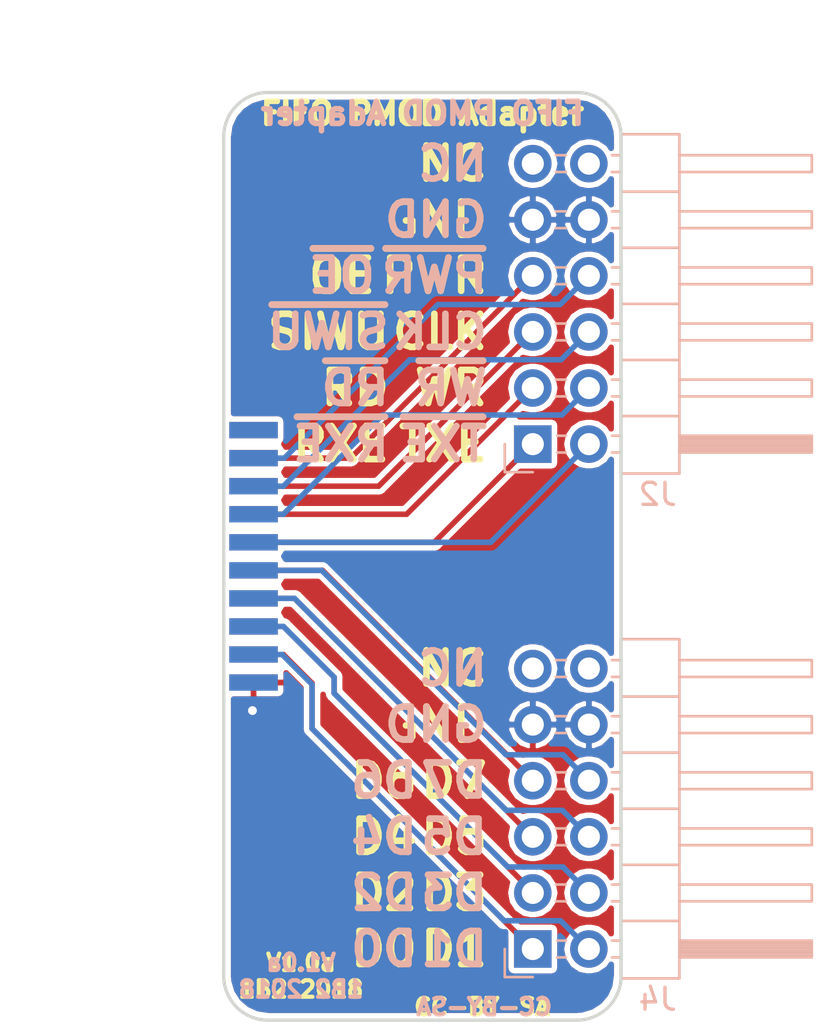
<source format=kicad_pcb>
(kicad_pcb (version 20171130) (host pcbnew 5.0.0-rc2-dev-unknown-c6ef0d5~62~ubuntu16.04.1)

  (general
    (thickness 0.8)
    (drawings 56)
    (tracks 62)
    (zones 0)
    (modules 3)
    (nets 25)
  )

  (page A4)
  (title_block
    (title "ftdi fifo pmod adapter")
    (rev V1.0a)
    (company 1BitSquared)
    (comment 1 "2018 (C) 1BitSquared <info@1bitsquared.com>")
    (comment 2 "2018 (C) Piotr Esden-Tempski <piotr@esden.net>")
    (comment 3 "License: CC-BY-SA 4.0")
  )

  (layers
    (0 F.Cu signal)
    (31 B.Cu signal)
    (33 F.Adhes user)
    (34 B.Paste user)
    (35 F.Paste user)
    (36 B.SilkS user)
    (37 F.SilkS user)
    (38 B.Mask user)
    (39 F.Mask user)
    (40 Dwgs.User user)
    (44 Edge.Cuts user)
    (46 B.CrtYd user)
    (47 F.CrtYd user)
    (48 B.Fab user)
    (49 F.Fab user)
  )

  (setup
    (last_trace_width 0.25)
    (trace_clearance 0.2)
    (zone_clearance 0.25)
    (zone_45_only yes)
    (trace_min 0.2)
    (segment_width 0.15)
    (edge_width 0.15)
    (via_size 0.8)
    (via_drill 0.4)
    (via_min_size 0.4)
    (via_min_drill 0.3)
    (uvia_size 0.3)
    (uvia_drill 0.1)
    (uvias_allowed no)
    (uvia_min_size 0.2)
    (uvia_min_drill 0.1)
    (pcb_text_width 0.3)
    (pcb_text_size 1.5 1.5)
    (mod_edge_width 0.15)
    (mod_text_size 1 1)
    (mod_text_width 0.15)
    (pad_size 1.524 1.524)
    (pad_drill 0.762)
    (pad_to_mask_clearance 0.05)
    (aux_axis_origin 0 0)
    (grid_origin 44 44)
    (visible_elements FFFFFF7F)
    (pcbplotparams
      (layerselection 0x010fc_ffffffff)
      (usegerberextensions true)
      (usegerberattributes false)
      (usegerberadvancedattributes false)
      (creategerberjobfile false)
      (excludeedgelayer true)
      (linewidth 0.300000)
      (plotframeref false)
      (viasonmask false)
      (mode 1)
      (useauxorigin false)
      (hpglpennumber 1)
      (hpglpenspeed 20)
      (hpglpendiameter 15)
      (psnegative false)
      (psa4output false)
      (plotreference true)
      (plotvalue true)
      (plotinvisibletext false)
      (padsonsilk false)
      (subtractmaskfromsilk true)
      (outputformat 1)
      (mirror false)
      (drillshape 0)
      (scaleselection 1)
      (outputdirectory gerber))
  )

  (net 0 "")
  (net 1 GND)
  (net 2 +5V)
  (net 3 /GPIOH8)
  (net 4 /GPIOH9)
  (net 5 "Net-(J4-Pad11)")
  (net 6 "Net-(J4-Pad12)")
  (net 7 /D1)
  (net 8 /D3)
  (net 9 /D5)
  (net 10 /D7)
  (net 11 /D0)
  (net 12 /D2)
  (net 13 /D4)
  (net 14 /D6)
  (net 15 /~RXF)
  (net 16 /~RD)
  (net 17 /~SIWU)
  (net 18 /~OE)
  (net 19 /~TXE)
  (net 20 /~WR)
  (net 21 /CLKOUT)
  (net 22 /~PWRSAV)
  (net 23 "Net-(J2-Pad11)")
  (net 24 "Net-(J2-Pad12)")

  (net_class Default "This is the default net class."
    (clearance 0.2)
    (trace_width 0.25)
    (via_dia 0.8)
    (via_drill 0.4)
    (uvia_dia 0.3)
    (uvia_drill 0.1)
    (add_net +5V)
    (add_net /CLKOUT)
    (add_net /D0)
    (add_net /D1)
    (add_net /D2)
    (add_net /D3)
    (add_net /D4)
    (add_net /D5)
    (add_net /D6)
    (add_net /D7)
    (add_net /GPIOH8)
    (add_net /GPIOH9)
    (add_net /~OE)
    (add_net /~PWRSAV)
    (add_net /~RD)
    (add_net /~RXF)
    (add_net /~SIWU)
    (add_net /~TXE)
    (add_net /~WR)
    (add_net GND)
    (add_net "Net-(J2-Pad11)")
    (add_net "Net-(J2-Pad12)")
    (add_net "Net-(J4-Pad11)")
    (add_net "Net-(J4-Pad12)")
  )

  (module Connector_PinHeader_2.54mm:PinHeader_2x06_P2.54mm_Horizontal (layer B.Cu) (tedit 59FED5CB) (tstamp 5AAF3041)
    (at 44 38.92)
    (descr "Through hole angled pin header, 2x06, 2.54mm pitch, 6mm pin length, double rows")
    (tags "Through hole angled pin header THT 2x06 2.54mm double row")
    (path /5AACAA52)
    (fp_text reference J2 (at 5.655 2.27) (layer B.SilkS)
      (effects (font (size 1 1) (thickness 0.15)) (justify mirror))
    )
    (fp_text value PMOD (at 5.655 -14.97) (layer B.Fab)
      (effects (font (size 1 1) (thickness 0.15)) (justify mirror))
    )
    (fp_line (start 4.675 1.27) (end 6.58 1.27) (layer B.Fab) (width 0.1))
    (fp_line (start 6.58 1.27) (end 6.58 -13.97) (layer B.Fab) (width 0.1))
    (fp_line (start 6.58 -13.97) (end 4.04 -13.97) (layer B.Fab) (width 0.1))
    (fp_line (start 4.04 -13.97) (end 4.04 0.635) (layer B.Fab) (width 0.1))
    (fp_line (start 4.04 0.635) (end 4.675 1.27) (layer B.Fab) (width 0.1))
    (fp_line (start -0.32 0.32) (end 4.04 0.32) (layer B.Fab) (width 0.1))
    (fp_line (start -0.32 0.32) (end -0.32 -0.32) (layer B.Fab) (width 0.1))
    (fp_line (start -0.32 -0.32) (end 4.04 -0.32) (layer B.Fab) (width 0.1))
    (fp_line (start 6.58 0.32) (end 12.58 0.32) (layer B.Fab) (width 0.1))
    (fp_line (start 12.58 0.32) (end 12.58 -0.32) (layer B.Fab) (width 0.1))
    (fp_line (start 6.58 -0.32) (end 12.58 -0.32) (layer B.Fab) (width 0.1))
    (fp_line (start -0.32 -2.22) (end 4.04 -2.22) (layer B.Fab) (width 0.1))
    (fp_line (start -0.32 -2.22) (end -0.32 -2.86) (layer B.Fab) (width 0.1))
    (fp_line (start -0.32 -2.86) (end 4.04 -2.86) (layer B.Fab) (width 0.1))
    (fp_line (start 6.58 -2.22) (end 12.58 -2.22) (layer B.Fab) (width 0.1))
    (fp_line (start 12.58 -2.22) (end 12.58 -2.86) (layer B.Fab) (width 0.1))
    (fp_line (start 6.58 -2.86) (end 12.58 -2.86) (layer B.Fab) (width 0.1))
    (fp_line (start -0.32 -4.76) (end 4.04 -4.76) (layer B.Fab) (width 0.1))
    (fp_line (start -0.32 -4.76) (end -0.32 -5.4) (layer B.Fab) (width 0.1))
    (fp_line (start -0.32 -5.4) (end 4.04 -5.4) (layer B.Fab) (width 0.1))
    (fp_line (start 6.58 -4.76) (end 12.58 -4.76) (layer B.Fab) (width 0.1))
    (fp_line (start 12.58 -4.76) (end 12.58 -5.4) (layer B.Fab) (width 0.1))
    (fp_line (start 6.58 -5.4) (end 12.58 -5.4) (layer B.Fab) (width 0.1))
    (fp_line (start -0.32 -7.3) (end 4.04 -7.3) (layer B.Fab) (width 0.1))
    (fp_line (start -0.32 -7.3) (end -0.32 -7.94) (layer B.Fab) (width 0.1))
    (fp_line (start -0.32 -7.94) (end 4.04 -7.94) (layer B.Fab) (width 0.1))
    (fp_line (start 6.58 -7.3) (end 12.58 -7.3) (layer B.Fab) (width 0.1))
    (fp_line (start 12.58 -7.3) (end 12.58 -7.94) (layer B.Fab) (width 0.1))
    (fp_line (start 6.58 -7.94) (end 12.58 -7.94) (layer B.Fab) (width 0.1))
    (fp_line (start -0.32 -9.84) (end 4.04 -9.84) (layer B.Fab) (width 0.1))
    (fp_line (start -0.32 -9.84) (end -0.32 -10.48) (layer B.Fab) (width 0.1))
    (fp_line (start -0.32 -10.48) (end 4.04 -10.48) (layer B.Fab) (width 0.1))
    (fp_line (start 6.58 -9.84) (end 12.58 -9.84) (layer B.Fab) (width 0.1))
    (fp_line (start 12.58 -9.84) (end 12.58 -10.48) (layer B.Fab) (width 0.1))
    (fp_line (start 6.58 -10.48) (end 12.58 -10.48) (layer B.Fab) (width 0.1))
    (fp_line (start -0.32 -12.38) (end 4.04 -12.38) (layer B.Fab) (width 0.1))
    (fp_line (start -0.32 -12.38) (end -0.32 -13.02) (layer B.Fab) (width 0.1))
    (fp_line (start -0.32 -13.02) (end 4.04 -13.02) (layer B.Fab) (width 0.1))
    (fp_line (start 6.58 -12.38) (end 12.58 -12.38) (layer B.Fab) (width 0.1))
    (fp_line (start 12.58 -12.38) (end 12.58 -13.02) (layer B.Fab) (width 0.1))
    (fp_line (start 6.58 -13.02) (end 12.58 -13.02) (layer B.Fab) (width 0.1))
    (fp_line (start 3.98 1.33) (end 3.98 -14.03) (layer B.SilkS) (width 0.12))
    (fp_line (start 3.98 -14.03) (end 6.64 -14.03) (layer B.SilkS) (width 0.12))
    (fp_line (start 6.64 -14.03) (end 6.64 1.33) (layer B.SilkS) (width 0.12))
    (fp_line (start 6.64 1.33) (end 3.98 1.33) (layer B.SilkS) (width 0.12))
    (fp_line (start 6.64 0.38) (end 12.64 0.38) (layer B.SilkS) (width 0.12))
    (fp_line (start 12.64 0.38) (end 12.64 -0.38) (layer B.SilkS) (width 0.12))
    (fp_line (start 12.64 -0.38) (end 6.64 -0.38) (layer B.SilkS) (width 0.12))
    (fp_line (start 6.64 0.32) (end 12.64 0.32) (layer B.SilkS) (width 0.12))
    (fp_line (start 6.64 0.2) (end 12.64 0.2) (layer B.SilkS) (width 0.12))
    (fp_line (start 6.64 0.08) (end 12.64 0.08) (layer B.SilkS) (width 0.12))
    (fp_line (start 6.64 -0.04) (end 12.64 -0.04) (layer B.SilkS) (width 0.12))
    (fp_line (start 6.64 -0.16) (end 12.64 -0.16) (layer B.SilkS) (width 0.12))
    (fp_line (start 6.64 -0.28) (end 12.64 -0.28) (layer B.SilkS) (width 0.12))
    (fp_line (start 3.582929 0.38) (end 3.98 0.38) (layer B.SilkS) (width 0.12))
    (fp_line (start 3.582929 -0.38) (end 3.98 -0.38) (layer B.SilkS) (width 0.12))
    (fp_line (start 1.11 0.38) (end 1.497071 0.38) (layer B.SilkS) (width 0.12))
    (fp_line (start 1.11 -0.38) (end 1.497071 -0.38) (layer B.SilkS) (width 0.12))
    (fp_line (start 3.98 -1.27) (end 6.64 -1.27) (layer B.SilkS) (width 0.12))
    (fp_line (start 6.64 -2.16) (end 12.64 -2.16) (layer B.SilkS) (width 0.12))
    (fp_line (start 12.64 -2.16) (end 12.64 -2.92) (layer B.SilkS) (width 0.12))
    (fp_line (start 12.64 -2.92) (end 6.64 -2.92) (layer B.SilkS) (width 0.12))
    (fp_line (start 3.582929 -2.16) (end 3.98 -2.16) (layer B.SilkS) (width 0.12))
    (fp_line (start 3.582929 -2.92) (end 3.98 -2.92) (layer B.SilkS) (width 0.12))
    (fp_line (start 1.042929 -2.16) (end 1.497071 -2.16) (layer B.SilkS) (width 0.12))
    (fp_line (start 1.042929 -2.92) (end 1.497071 -2.92) (layer B.SilkS) (width 0.12))
    (fp_line (start 3.98 -3.81) (end 6.64 -3.81) (layer B.SilkS) (width 0.12))
    (fp_line (start 6.64 -4.7) (end 12.64 -4.7) (layer B.SilkS) (width 0.12))
    (fp_line (start 12.64 -4.7) (end 12.64 -5.46) (layer B.SilkS) (width 0.12))
    (fp_line (start 12.64 -5.46) (end 6.64 -5.46) (layer B.SilkS) (width 0.12))
    (fp_line (start 3.582929 -4.7) (end 3.98 -4.7) (layer B.SilkS) (width 0.12))
    (fp_line (start 3.582929 -5.46) (end 3.98 -5.46) (layer B.SilkS) (width 0.12))
    (fp_line (start 1.042929 -4.7) (end 1.497071 -4.7) (layer B.SilkS) (width 0.12))
    (fp_line (start 1.042929 -5.46) (end 1.497071 -5.46) (layer B.SilkS) (width 0.12))
    (fp_line (start 3.98 -6.35) (end 6.64 -6.35) (layer B.SilkS) (width 0.12))
    (fp_line (start 6.64 -7.24) (end 12.64 -7.24) (layer B.SilkS) (width 0.12))
    (fp_line (start 12.64 -7.24) (end 12.64 -8) (layer B.SilkS) (width 0.12))
    (fp_line (start 12.64 -8) (end 6.64 -8) (layer B.SilkS) (width 0.12))
    (fp_line (start 3.582929 -7.24) (end 3.98 -7.24) (layer B.SilkS) (width 0.12))
    (fp_line (start 3.582929 -8) (end 3.98 -8) (layer B.SilkS) (width 0.12))
    (fp_line (start 1.042929 -7.24) (end 1.497071 -7.24) (layer B.SilkS) (width 0.12))
    (fp_line (start 1.042929 -8) (end 1.497071 -8) (layer B.SilkS) (width 0.12))
    (fp_line (start 3.98 -8.89) (end 6.64 -8.89) (layer B.SilkS) (width 0.12))
    (fp_line (start 6.64 -9.78) (end 12.64 -9.78) (layer B.SilkS) (width 0.12))
    (fp_line (start 12.64 -9.78) (end 12.64 -10.54) (layer B.SilkS) (width 0.12))
    (fp_line (start 12.64 -10.54) (end 6.64 -10.54) (layer B.SilkS) (width 0.12))
    (fp_line (start 3.582929 -9.78) (end 3.98 -9.78) (layer B.SilkS) (width 0.12))
    (fp_line (start 3.582929 -10.54) (end 3.98 -10.54) (layer B.SilkS) (width 0.12))
    (fp_line (start 1.042929 -9.78) (end 1.497071 -9.78) (layer B.SilkS) (width 0.12))
    (fp_line (start 1.042929 -10.54) (end 1.497071 -10.54) (layer B.SilkS) (width 0.12))
    (fp_line (start 3.98 -11.43) (end 6.64 -11.43) (layer B.SilkS) (width 0.12))
    (fp_line (start 6.64 -12.32) (end 12.64 -12.32) (layer B.SilkS) (width 0.12))
    (fp_line (start 12.64 -12.32) (end 12.64 -13.08) (layer B.SilkS) (width 0.12))
    (fp_line (start 12.64 -13.08) (end 6.64 -13.08) (layer B.SilkS) (width 0.12))
    (fp_line (start 3.582929 -12.32) (end 3.98 -12.32) (layer B.SilkS) (width 0.12))
    (fp_line (start 3.582929 -13.08) (end 3.98 -13.08) (layer B.SilkS) (width 0.12))
    (fp_line (start 1.042929 -12.32) (end 1.497071 -12.32) (layer B.SilkS) (width 0.12))
    (fp_line (start 1.042929 -13.08) (end 1.497071 -13.08) (layer B.SilkS) (width 0.12))
    (fp_line (start -1.27 0) (end -1.27 1.27) (layer B.SilkS) (width 0.12))
    (fp_line (start -1.27 1.27) (end 0 1.27) (layer B.SilkS) (width 0.12))
    (fp_line (start -1.8 1.8) (end -1.8 -14.5) (layer B.CrtYd) (width 0.05))
    (fp_line (start -1.8 -14.5) (end 13.1 -14.5) (layer B.CrtYd) (width 0.05))
    (fp_line (start 13.1 -14.5) (end 13.1 1.8) (layer B.CrtYd) (width 0.05))
    (fp_line (start 13.1 1.8) (end -1.8 1.8) (layer B.CrtYd) (width 0.05))
    (fp_text user %R (at 5.31 -6.35 -90) (layer B.Fab)
      (effects (font (size 1 1) (thickness 0.15)) (justify mirror))
    )
    (pad 1 thru_hole rect (at 0 0) (size 1.7 1.7) (drill 1) (layers *.Cu *.Mask)
      (net 15 /~RXF))
    (pad 2 thru_hole oval (at 2.54 0) (size 1.7 1.7) (drill 1) (layers *.Cu *.Mask)
      (net 19 /~TXE))
    (pad 3 thru_hole oval (at 0 -2.54) (size 1.7 1.7) (drill 1) (layers *.Cu *.Mask)
      (net 16 /~RD))
    (pad 4 thru_hole oval (at 2.54 -2.54) (size 1.7 1.7) (drill 1) (layers *.Cu *.Mask)
      (net 20 /~WR))
    (pad 5 thru_hole oval (at 0 -5.08) (size 1.7 1.7) (drill 1) (layers *.Cu *.Mask)
      (net 17 /~SIWU))
    (pad 6 thru_hole oval (at 2.54 -5.08) (size 1.7 1.7) (drill 1) (layers *.Cu *.Mask)
      (net 21 /CLKOUT))
    (pad 7 thru_hole oval (at 0 -7.62) (size 1.7 1.7) (drill 1) (layers *.Cu *.Mask)
      (net 18 /~OE))
    (pad 8 thru_hole oval (at 2.54 -7.62) (size 1.7 1.7) (drill 1) (layers *.Cu *.Mask)
      (net 22 /~PWRSAV))
    (pad 9 thru_hole oval (at 0 -10.16) (size 1.7 1.7) (drill 1) (layers *.Cu *.Mask)
      (net 1 GND))
    (pad 10 thru_hole oval (at 2.54 -10.16) (size 1.7 1.7) (drill 1) (layers *.Cu *.Mask)
      (net 1 GND))
    (pad 11 thru_hole oval (at 0 -12.7) (size 1.7 1.7) (drill 1) (layers *.Cu *.Mask)
      (net 23 "Net-(J2-Pad11)"))
    (pad 12 thru_hole oval (at 2.54 -12.7) (size 1.7 1.7) (drill 1) (layers *.Cu *.Mask)
      (net 24 "Net-(J2-Pad12)"))
  )

  (module Connector_PinHeader_2.54mm:PinHeader_2x06_P2.54mm_Horizontal (layer B.Cu) (tedit 59FED5CB) (tstamp 5AAF1C73)
    (at 44 61.78)
    (descr "Through hole angled pin header, 2x06, 2.54mm pitch, 6mm pin length, double rows")
    (tags "Through hole angled pin header THT 2x06 2.54mm double row")
    (path /5AB98614)
    (fp_text reference J4 (at 5.655 2.27) (layer B.SilkS)
      (effects (font (size 1 1) (thickness 0.15)) (justify mirror))
    )
    (fp_text value PMOD (at 5.655 -14.97) (layer B.Fab)
      (effects (font (size 1 1) (thickness 0.15)) (justify mirror))
    )
    (fp_line (start 4.675 1.27) (end 6.58 1.27) (layer B.Fab) (width 0.1))
    (fp_line (start 6.58 1.27) (end 6.58 -13.97) (layer B.Fab) (width 0.1))
    (fp_line (start 6.58 -13.97) (end 4.04 -13.97) (layer B.Fab) (width 0.1))
    (fp_line (start 4.04 -13.97) (end 4.04 0.635) (layer B.Fab) (width 0.1))
    (fp_line (start 4.04 0.635) (end 4.675 1.27) (layer B.Fab) (width 0.1))
    (fp_line (start -0.32 0.32) (end 4.04 0.32) (layer B.Fab) (width 0.1))
    (fp_line (start -0.32 0.32) (end -0.32 -0.32) (layer B.Fab) (width 0.1))
    (fp_line (start -0.32 -0.32) (end 4.04 -0.32) (layer B.Fab) (width 0.1))
    (fp_line (start 6.58 0.32) (end 12.58 0.32) (layer B.Fab) (width 0.1))
    (fp_line (start 12.58 0.32) (end 12.58 -0.32) (layer B.Fab) (width 0.1))
    (fp_line (start 6.58 -0.32) (end 12.58 -0.32) (layer B.Fab) (width 0.1))
    (fp_line (start -0.32 -2.22) (end 4.04 -2.22) (layer B.Fab) (width 0.1))
    (fp_line (start -0.32 -2.22) (end -0.32 -2.86) (layer B.Fab) (width 0.1))
    (fp_line (start -0.32 -2.86) (end 4.04 -2.86) (layer B.Fab) (width 0.1))
    (fp_line (start 6.58 -2.22) (end 12.58 -2.22) (layer B.Fab) (width 0.1))
    (fp_line (start 12.58 -2.22) (end 12.58 -2.86) (layer B.Fab) (width 0.1))
    (fp_line (start 6.58 -2.86) (end 12.58 -2.86) (layer B.Fab) (width 0.1))
    (fp_line (start -0.32 -4.76) (end 4.04 -4.76) (layer B.Fab) (width 0.1))
    (fp_line (start -0.32 -4.76) (end -0.32 -5.4) (layer B.Fab) (width 0.1))
    (fp_line (start -0.32 -5.4) (end 4.04 -5.4) (layer B.Fab) (width 0.1))
    (fp_line (start 6.58 -4.76) (end 12.58 -4.76) (layer B.Fab) (width 0.1))
    (fp_line (start 12.58 -4.76) (end 12.58 -5.4) (layer B.Fab) (width 0.1))
    (fp_line (start 6.58 -5.4) (end 12.58 -5.4) (layer B.Fab) (width 0.1))
    (fp_line (start -0.32 -7.3) (end 4.04 -7.3) (layer B.Fab) (width 0.1))
    (fp_line (start -0.32 -7.3) (end -0.32 -7.94) (layer B.Fab) (width 0.1))
    (fp_line (start -0.32 -7.94) (end 4.04 -7.94) (layer B.Fab) (width 0.1))
    (fp_line (start 6.58 -7.3) (end 12.58 -7.3) (layer B.Fab) (width 0.1))
    (fp_line (start 12.58 -7.3) (end 12.58 -7.94) (layer B.Fab) (width 0.1))
    (fp_line (start 6.58 -7.94) (end 12.58 -7.94) (layer B.Fab) (width 0.1))
    (fp_line (start -0.32 -9.84) (end 4.04 -9.84) (layer B.Fab) (width 0.1))
    (fp_line (start -0.32 -9.84) (end -0.32 -10.48) (layer B.Fab) (width 0.1))
    (fp_line (start -0.32 -10.48) (end 4.04 -10.48) (layer B.Fab) (width 0.1))
    (fp_line (start 6.58 -9.84) (end 12.58 -9.84) (layer B.Fab) (width 0.1))
    (fp_line (start 12.58 -9.84) (end 12.58 -10.48) (layer B.Fab) (width 0.1))
    (fp_line (start 6.58 -10.48) (end 12.58 -10.48) (layer B.Fab) (width 0.1))
    (fp_line (start -0.32 -12.38) (end 4.04 -12.38) (layer B.Fab) (width 0.1))
    (fp_line (start -0.32 -12.38) (end -0.32 -13.02) (layer B.Fab) (width 0.1))
    (fp_line (start -0.32 -13.02) (end 4.04 -13.02) (layer B.Fab) (width 0.1))
    (fp_line (start 6.58 -12.38) (end 12.58 -12.38) (layer B.Fab) (width 0.1))
    (fp_line (start 12.58 -12.38) (end 12.58 -13.02) (layer B.Fab) (width 0.1))
    (fp_line (start 6.58 -13.02) (end 12.58 -13.02) (layer B.Fab) (width 0.1))
    (fp_line (start 3.98 1.33) (end 3.98 -14.03) (layer B.SilkS) (width 0.12))
    (fp_line (start 3.98 -14.03) (end 6.64 -14.03) (layer B.SilkS) (width 0.12))
    (fp_line (start 6.64 -14.03) (end 6.64 1.33) (layer B.SilkS) (width 0.12))
    (fp_line (start 6.64 1.33) (end 3.98 1.33) (layer B.SilkS) (width 0.12))
    (fp_line (start 6.64 0.38) (end 12.64 0.38) (layer B.SilkS) (width 0.12))
    (fp_line (start 12.64 0.38) (end 12.64 -0.38) (layer B.SilkS) (width 0.12))
    (fp_line (start 12.64 -0.38) (end 6.64 -0.38) (layer B.SilkS) (width 0.12))
    (fp_line (start 6.64 0.32) (end 12.64 0.32) (layer B.SilkS) (width 0.12))
    (fp_line (start 6.64 0.2) (end 12.64 0.2) (layer B.SilkS) (width 0.12))
    (fp_line (start 6.64 0.08) (end 12.64 0.08) (layer B.SilkS) (width 0.12))
    (fp_line (start 6.64 -0.04) (end 12.64 -0.04) (layer B.SilkS) (width 0.12))
    (fp_line (start 6.64 -0.16) (end 12.64 -0.16) (layer B.SilkS) (width 0.12))
    (fp_line (start 6.64 -0.28) (end 12.64 -0.28) (layer B.SilkS) (width 0.12))
    (fp_line (start 3.582929 0.38) (end 3.98 0.38) (layer B.SilkS) (width 0.12))
    (fp_line (start 3.582929 -0.38) (end 3.98 -0.38) (layer B.SilkS) (width 0.12))
    (fp_line (start 1.11 0.38) (end 1.497071 0.38) (layer B.SilkS) (width 0.12))
    (fp_line (start 1.11 -0.38) (end 1.497071 -0.38) (layer B.SilkS) (width 0.12))
    (fp_line (start 3.98 -1.27) (end 6.64 -1.27) (layer B.SilkS) (width 0.12))
    (fp_line (start 6.64 -2.16) (end 12.64 -2.16) (layer B.SilkS) (width 0.12))
    (fp_line (start 12.64 -2.16) (end 12.64 -2.92) (layer B.SilkS) (width 0.12))
    (fp_line (start 12.64 -2.92) (end 6.64 -2.92) (layer B.SilkS) (width 0.12))
    (fp_line (start 3.582929 -2.16) (end 3.98 -2.16) (layer B.SilkS) (width 0.12))
    (fp_line (start 3.582929 -2.92) (end 3.98 -2.92) (layer B.SilkS) (width 0.12))
    (fp_line (start 1.042929 -2.16) (end 1.497071 -2.16) (layer B.SilkS) (width 0.12))
    (fp_line (start 1.042929 -2.92) (end 1.497071 -2.92) (layer B.SilkS) (width 0.12))
    (fp_line (start 3.98 -3.81) (end 6.64 -3.81) (layer B.SilkS) (width 0.12))
    (fp_line (start 6.64 -4.7) (end 12.64 -4.7) (layer B.SilkS) (width 0.12))
    (fp_line (start 12.64 -4.7) (end 12.64 -5.46) (layer B.SilkS) (width 0.12))
    (fp_line (start 12.64 -5.46) (end 6.64 -5.46) (layer B.SilkS) (width 0.12))
    (fp_line (start 3.582929 -4.7) (end 3.98 -4.7) (layer B.SilkS) (width 0.12))
    (fp_line (start 3.582929 -5.46) (end 3.98 -5.46) (layer B.SilkS) (width 0.12))
    (fp_line (start 1.042929 -4.7) (end 1.497071 -4.7) (layer B.SilkS) (width 0.12))
    (fp_line (start 1.042929 -5.46) (end 1.497071 -5.46) (layer B.SilkS) (width 0.12))
    (fp_line (start 3.98 -6.35) (end 6.64 -6.35) (layer B.SilkS) (width 0.12))
    (fp_line (start 6.64 -7.24) (end 12.64 -7.24) (layer B.SilkS) (width 0.12))
    (fp_line (start 12.64 -7.24) (end 12.64 -8) (layer B.SilkS) (width 0.12))
    (fp_line (start 12.64 -8) (end 6.64 -8) (layer B.SilkS) (width 0.12))
    (fp_line (start 3.582929 -7.24) (end 3.98 -7.24) (layer B.SilkS) (width 0.12))
    (fp_line (start 3.582929 -8) (end 3.98 -8) (layer B.SilkS) (width 0.12))
    (fp_line (start 1.042929 -7.24) (end 1.497071 -7.24) (layer B.SilkS) (width 0.12))
    (fp_line (start 1.042929 -8) (end 1.497071 -8) (layer B.SilkS) (width 0.12))
    (fp_line (start 3.98 -8.89) (end 6.64 -8.89) (layer B.SilkS) (width 0.12))
    (fp_line (start 6.64 -9.78) (end 12.64 -9.78) (layer B.SilkS) (width 0.12))
    (fp_line (start 12.64 -9.78) (end 12.64 -10.54) (layer B.SilkS) (width 0.12))
    (fp_line (start 12.64 -10.54) (end 6.64 -10.54) (layer B.SilkS) (width 0.12))
    (fp_line (start 3.582929 -9.78) (end 3.98 -9.78) (layer B.SilkS) (width 0.12))
    (fp_line (start 3.582929 -10.54) (end 3.98 -10.54) (layer B.SilkS) (width 0.12))
    (fp_line (start 1.042929 -9.78) (end 1.497071 -9.78) (layer B.SilkS) (width 0.12))
    (fp_line (start 1.042929 -10.54) (end 1.497071 -10.54) (layer B.SilkS) (width 0.12))
    (fp_line (start 3.98 -11.43) (end 6.64 -11.43) (layer B.SilkS) (width 0.12))
    (fp_line (start 6.64 -12.32) (end 12.64 -12.32) (layer B.SilkS) (width 0.12))
    (fp_line (start 12.64 -12.32) (end 12.64 -13.08) (layer B.SilkS) (width 0.12))
    (fp_line (start 12.64 -13.08) (end 6.64 -13.08) (layer B.SilkS) (width 0.12))
    (fp_line (start 3.582929 -12.32) (end 3.98 -12.32) (layer B.SilkS) (width 0.12))
    (fp_line (start 3.582929 -13.08) (end 3.98 -13.08) (layer B.SilkS) (width 0.12))
    (fp_line (start 1.042929 -12.32) (end 1.497071 -12.32) (layer B.SilkS) (width 0.12))
    (fp_line (start 1.042929 -13.08) (end 1.497071 -13.08) (layer B.SilkS) (width 0.12))
    (fp_line (start -1.27 0) (end -1.27 1.27) (layer B.SilkS) (width 0.12))
    (fp_line (start -1.27 1.27) (end 0 1.27) (layer B.SilkS) (width 0.12))
    (fp_line (start -1.8 1.8) (end -1.8 -14.5) (layer B.CrtYd) (width 0.05))
    (fp_line (start -1.8 -14.5) (end 13.1 -14.5) (layer B.CrtYd) (width 0.05))
    (fp_line (start 13.1 -14.5) (end 13.1 1.8) (layer B.CrtYd) (width 0.05))
    (fp_line (start 13.1 1.8) (end -1.8 1.8) (layer B.CrtYd) (width 0.05))
    (fp_text user %R (at 5.31 -6.35 -90) (layer B.Fab)
      (effects (font (size 1 1) (thickness 0.15)) (justify mirror))
    )
    (pad 1 thru_hole rect (at 0 0) (size 1.7 1.7) (drill 1) (layers *.Cu *.Mask)
      (net 11 /D0))
    (pad 2 thru_hole oval (at 2.54 0) (size 1.7 1.7) (drill 1) (layers *.Cu *.Mask)
      (net 7 /D1))
    (pad 3 thru_hole oval (at 0 -2.54) (size 1.7 1.7) (drill 1) (layers *.Cu *.Mask)
      (net 12 /D2))
    (pad 4 thru_hole oval (at 2.54 -2.54) (size 1.7 1.7) (drill 1) (layers *.Cu *.Mask)
      (net 8 /D3))
    (pad 5 thru_hole oval (at 0 -5.08) (size 1.7 1.7) (drill 1) (layers *.Cu *.Mask)
      (net 13 /D4))
    (pad 6 thru_hole oval (at 2.54 -5.08) (size 1.7 1.7) (drill 1) (layers *.Cu *.Mask)
      (net 9 /D5))
    (pad 7 thru_hole oval (at 0 -7.62) (size 1.7 1.7) (drill 1) (layers *.Cu *.Mask)
      (net 14 /D6))
    (pad 8 thru_hole oval (at 2.54 -7.62) (size 1.7 1.7) (drill 1) (layers *.Cu *.Mask)
      (net 10 /D7))
    (pad 9 thru_hole oval (at 0 -10.16) (size 1.7 1.7) (drill 1) (layers *.Cu *.Mask)
      (net 1 GND))
    (pad 10 thru_hole oval (at 2.54 -10.16) (size 1.7 1.7) (drill 1) (layers *.Cu *.Mask)
      (net 1 GND))
    (pad 11 thru_hole oval (at 0 -12.7) (size 1.7 1.7) (drill 1) (layers *.Cu *.Mask)
      (net 5 "Net-(J4-Pad11)"))
    (pad 12 thru_hole oval (at 2.54 -12.7) (size 1.7 1.7) (drill 1) (layers *.Cu *.Mask)
      (net 6 "Net-(J4-Pad12)"))
  )

  (module pkl_samtec:FTSH-EDGE-20pin (layer B.Cu) (tedit 5AA86B70) (tstamp 5AABA328)
    (at 30 44 90)
    (path /5BD3E874)
    (fp_text reference J1 (at 5.3 -0.9 90) (layer B.Fab)
      (effects (font (size 1 1) (thickness 0.15)) (justify mirror))
    )
    (fp_text value Conn (at -4.4 -0.9 90) (layer B.Fab)
      (effects (font (size 1 1) (thickness 0.15)) (justify mirror))
    )
    (fp_line (start -3.175 0.203) (end -3.175 1.894) (layer F.Fab) (width 0.406))
    (fp_line (start 6.35 0) (end 6.35 -0.5) (layer B.Fab) (width 0.1))
    (fp_line (start -6.35 0) (end -6.35 -0.5) (layer B.Fab) (width 0.1))
    (fp_line (start -6.35 0) (end 6.35 0) (layer B.Fab) (width 0.1))
    (fp_line (start -6.35 0) (end 6.35 0) (layer F.Fab) (width 0.1))
    (fp_line (start -6.35 0) (end -6.35 -0.5) (layer F.Fab) (width 0.1))
    (fp_line (start 6.35 0) (end 6.35 -0.5) (layer F.Fab) (width 0.1))
    (fp_line (start -4.445 0.203) (end -4.445 1.894) (layer F.Fab) (width 0.406))
    (fp_line (start -5.715 0.203) (end -5.715 1.894) (layer F.Fab) (width 0.406))
    (fp_line (start -1.905 0.203) (end -1.905 1.894) (layer F.Fab) (width 0.406))
    (fp_line (start -0.635 0.203) (end -0.635 1.894) (layer F.Fab) (width 0.406))
    (fp_line (start -5.715 0.203) (end -5.715 1.894) (layer B.Fab) (width 0.406))
    (fp_line (start -4.445 0.203) (end -4.445 1.894) (layer B.Fab) (width 0.406))
    (fp_line (start -3.175 0.203) (end -3.175 1.894) (layer B.Fab) (width 0.406))
    (fp_line (start -1.905 0.203) (end -1.905 1.894) (layer B.Fab) (width 0.406))
    (fp_line (start -0.635 0.203) (end -0.635 1.894) (layer B.Fab) (width 0.406))
    (fp_line (start 0.635 0.203) (end 0.635 1.894) (layer F.Fab) (width 0.406))
    (fp_line (start 1.905 0.203) (end 1.905 1.894) (layer F.Fab) (width 0.406))
    (fp_line (start 3.175 0.203) (end 3.175 1.894) (layer F.Fab) (width 0.406))
    (fp_line (start 4.445 0.203) (end 4.445 1.894) (layer F.Fab) (width 0.406))
    (fp_line (start 5.715 0.203) (end 5.715 1.894) (layer F.Fab) (width 0.406))
    (fp_line (start 0.635 0.203) (end 0.635 1.894) (layer B.Fab) (width 0.406))
    (fp_line (start 1.905 0.203) (end 1.905 1.894) (layer B.Fab) (width 0.406))
    (fp_line (start 3.175 0.203) (end 3.175 1.894) (layer B.Fab) (width 0.406))
    (fp_line (start 4.445 0.203) (end 4.445 1.894) (layer B.Fab) (width 0.406))
    (fp_line (start 5.715 0.203) (end 5.715 1.894) (layer B.Fab) (width 0.406))
    (pad 1 smd rect (at -5.715 1.35 90) (size 0.74 2.2) (layers B.Cu B.Paste B.Mask)
      (net 2 +5V))
    (pad 2 smd rect (at -5.715 1.35 90) (size 0.74 2.2) (layers F.Cu F.Paste F.Mask)
      (net 1 GND))
    (pad 3 smd rect (at -4.445 1.35 90) (size 0.74 2.2) (layers B.Cu B.Paste B.Mask)
      (net 7 /D1))
    (pad 5 smd rect (at -3.175 1.35 90) (size 0.74 2.2) (layers B.Cu B.Paste B.Mask)
      (net 8 /D3))
    (pad 7 smd rect (at -1.905 1.35 90) (size 0.74 2.2) (layers B.Cu B.Paste B.Mask)
      (net 9 /D5))
    (pad 9 smd rect (at -0.635 1.35 90) (size 0.74 2.2) (layers B.Cu B.Paste B.Mask)
      (net 10 /D7))
    (pad 4 smd rect (at -4.445 1.35 90) (size 0.74 2.2) (layers F.Cu F.Paste F.Mask)
      (net 11 /D0))
    (pad 6 smd rect (at -3.175 1.35 90) (size 0.74 2.2) (layers F.Cu F.Paste F.Mask)
      (net 12 /D2))
    (pad 8 smd rect (at -1.905 1.35 90) (size 0.74 2.2) (layers F.Cu F.Paste F.Mask)
      (net 13 /D4))
    (pad 10 smd rect (at -0.635 1.35 90) (size 0.74 2.2) (layers F.Cu F.Paste F.Mask)
      (net 14 /D6))
    (pad 12 smd rect (at 0.635 1.35 90) (size 0.74 2.2) (layers F.Cu F.Paste F.Mask)
      (net 15 /~RXF))
    (pad 14 smd rect (at 1.905 1.35 90) (size 0.74 2.2) (layers F.Cu F.Paste F.Mask)
      (net 16 /~RD))
    (pad 16 smd rect (at 3.175 1.35 90) (size 0.74 2.2) (layers F.Cu F.Paste F.Mask)
      (net 17 /~SIWU))
    (pad 18 smd rect (at 4.445 1.35 90) (size 0.74 2.2) (layers F.Cu F.Paste F.Mask)
      (net 18 /~OE))
    (pad 20 smd rect (at 5.715 1.35 90) (size 0.74 2.2) (layers F.Cu F.Paste F.Mask)
      (net 3 /GPIOH8))
    (pad 11 smd rect (at 0.635 1.35 90) (size 0.74 2.2) (layers B.Cu B.Paste B.Mask)
      (net 19 /~TXE))
    (pad 13 smd rect (at 1.905 1.35 90) (size 0.74 2.2) (layers B.Cu B.Paste B.Mask)
      (net 20 /~WR))
    (pad 15 smd rect (at 3.175 1.35 90) (size 0.74 2.2) (layers B.Cu B.Paste B.Mask)
      (net 21 /CLKOUT))
    (pad 17 smd rect (at 4.445 1.35 90) (size 0.74 2.2) (layers B.Cu B.Paste B.Mask)
      (net 22 /~PWRSAV))
    (pad 19 smd rect (at 5.715 1.35 90) (size 0.74 2.2) (layers B.Cu B.Paste B.Mask)
      (net 4 /GPIOH9))
  )

  (gr_text ~WR (at 42.095 36.38) (layer B.SilkS) (tstamp 5AAF32BC)
    (effects (font (size 1.5 1.5) (thickness 0.3)) (justify left mirror))
  )
  (gr_text ~RXE (at 37.65 38.92) (layer B.SilkS) (tstamp 5AAF32BB)
    (effects (font (size 1.5 1.5) (thickness 0.3)) (justify left mirror))
  )
  (gr_text ~WR (at 42.095 36.38) (layer F.SilkS) (tstamp 5AAF32BA)
    (effects (font (size 1.5 1.5) (thickness 0.3)) (justify right))
  )
  (gr_text ~PWR (at 42.095 31.3) (layer F.SilkS) (tstamp 5AAF32B9)
    (effects (font (size 1.5 1.5) (thickness 0.3)) (justify right))
  )
  (gr_text CLK (at 42.095 33.84) (layer B.SilkS) (tstamp 5AAF32B8)
    (effects (font (size 1.5 1.5) (thickness 0.3)) (justify left mirror))
  )
  (gr_text CLK (at 42.095 33.84) (layer F.SilkS) (tstamp 5AAF32B7)
    (effects (font (size 1.5 1.5) (thickness 0.3)) (justify right))
  )
  (gr_text ~OE (at 37.015 31.3) (layer F.SilkS) (tstamp 5AAF32B6)
    (effects (font (size 1.5 1.5) (thickness 0.3)) (justify right))
  )
  (gr_text ~OE (at 37.015 31.29) (layer B.SilkS) (tstamp 5AAF32B5)
    (effects (font (size 1.5 1.5) (thickness 0.3)) (justify left mirror))
  )
  (gr_text ~TXE (at 42.095 38.92) (layer B.SilkS) (tstamp 5AAF32B4)
    (effects (font (size 1.5 1.5) (thickness 0.3)) (justify left mirror))
  )
  (gr_text ~RD (at 37.65 36.38) (layer F.SilkS) (tstamp 5AAF32B3)
    (effects (font (size 1.5 1.5) (thickness 0.3)) (justify right))
  )
  (gr_text ~PWR (at 42.095 31.29) (layer B.SilkS) (tstamp 5AAF32B2)
    (effects (font (size 1.5 1.5) (thickness 0.3)) (justify left mirror))
  )
  (gr_text ~SIWU (at 37.65 33.84) (layer B.SilkS) (tstamp 5AAF32B1)
    (effects (font (size 1.5 1.5) (thickness 0.3)) (justify left mirror))
  )
  (gr_text ~TXE (at 42.095 38.92) (layer F.SilkS) (tstamp 5AAF32B0)
    (effects (font (size 1.5 1.5) (thickness 0.3)) (justify right))
  )
  (gr_text ~RD (at 37.65 36.38) (layer B.SilkS) (tstamp 5AAF32AF)
    (effects (font (size 1.5 1.5) (thickness 0.3)) (justify left mirror))
  )
  (gr_text ~RXE (at 37.65 38.92) (layer F.SilkS) (tstamp 5AAF32AE)
    (effects (font (size 1.5 1.5) (thickness 0.3)) (justify right))
  )
  (gr_text ~SIWU (at 37.65 33.84) (layer F.SilkS) (tstamp 5AAF32AD)
    (effects (font (size 1.5 1.5) (thickness 0.3)) (justify right))
  )
  (gr_text D2 (at 38.92 59.24) (layer B.SilkS) (tstamp 5AAF329A)
    (effects (font (size 1.5 1.5) (thickness 0.3)) (justify left mirror))
  )
  (gr_text D2 (at 38.92 59.24) (layer F.SilkS) (tstamp 5AAF3299)
    (effects (font (size 1.5 1.5) (thickness 0.3)) (justify right))
  )
  (gr_text D6 (at 38.92 54.16) (layer F.SilkS) (tstamp 5AAF3298)
    (effects (font (size 1.5 1.5) (thickness 0.3)) (justify right))
  )
  (gr_text D4 (at 38.92 56.7) (layer B.SilkS) (tstamp 5AAF3297)
    (effects (font (size 1.5 1.5) (thickness 0.3)) (justify left mirror))
  )
  (gr_text D4 (at 38.92 56.7) (layer F.SilkS) (tstamp 5AAF3296)
    (effects (font (size 1.5 1.5) (thickness 0.3)) (justify right))
  )
  (gr_text D6 (at 38.92 54.15) (layer B.SilkS) (tstamp 5AAF3295)
    (effects (font (size 1.5 1.5) (thickness 0.3)) (justify left mirror))
  )
  (gr_text NC (at 42.095 26.22) (layer F.SilkS) (tstamp 5AAF3290)
    (effects (font (size 1.5 1.5) (thickness 0.3)) (justify right))
  )
  (gr_text GND (at 42.095 28.76) (layer B.SilkS) (tstamp 5AAF328F)
    (effects (font (size 1.5 1.5) (thickness 0.3)) (justify left mirror))
  )
  (gr_text GND (at 42.095 28.76) (layer F.SilkS) (tstamp 5AAF328E)
    (effects (font (size 1.5 1.5) (thickness 0.3)) (justify right))
  )
  (gr_text NC (at 42.095 26.22) (layer B.SilkS) (tstamp 5AAF328D)
    (effects (font (size 1.5 1.5) (thickness 0.3)) (justify left mirror))
  )
  (gr_text D0 (at 38.92 61.78) (layer B.SilkS) (tstamp 5AAF3261)
    (effects (font (size 1.5 1.5) (thickness 0.3)) (justify left mirror))
  )
  (gr_text D0 (at 38.92 61.78) (layer F.SilkS) (tstamp 5AAF3260)
    (effects (font (size 1.5 1.5) (thickness 0.3)) (justify right))
  )
  (gr_text D3 (at 42.095 59.24) (layer B.SilkS) (tstamp 5AAD97E5)
    (effects (font (size 1.5 1.5) (thickness 0.3)) (justify left mirror))
  )
  (gr_text NC (at 42.095 49.08) (layer F.SilkS) (tstamp 5AAD9971)
    (effects (font (size 1.5 1.5) (thickness 0.3)) (justify right))
  )
  (gr_text NC (at 42.095 49.08) (layer B.SilkS) (tstamp 5AAD996E)
    (effects (font (size 1.5 1.5) (thickness 0.3)) (justify left mirror))
  )
  (gr_text D5 (at 42.095 56.7) (layer B.SilkS) (tstamp 5AAF1F62)
    (effects (font (size 1.5 1.5) (thickness 0.3)) (justify left mirror))
  )
  (gr_text D7 (at 42.095 54.15) (layer B.SilkS) (tstamp 5AAD97CE)
    (effects (font (size 1.5 1.5) (thickness 0.3)) (justify left mirror))
  )
  (gr_text D1 (at 42.095 61.78) (layer B.SilkS) (tstamp 5AAD97C9)
    (effects (font (size 1.5 1.5) (thickness 0.3)) (justify left mirror))
  )
  (dimension 18 (width 0.3) (layer Dwgs.User)
    (gr_text "18.000 mm" (at 39 20.665207) (layer Dwgs.User)
      (effects (font (size 1.5 1.5) (thickness 0.3)))
    )
    (feature1 (pts (xy 48 25.015207) (xy 48 19.315207)))
    (feature2 (pts (xy 30 25.015207) (xy 30 19.315207)))
    (crossbar (pts (xy 30 22.015207) (xy 48 22.015207)))
    (arrow1a (pts (xy 48 22.015207) (xy 46.873496 22.601628)))
    (arrow1b (pts (xy 48 22.015207) (xy 46.873496 21.428786)))
    (arrow2a (pts (xy 30 22.015207) (xy 31.126504 22.601628)))
    (arrow2b (pts (xy 30 22.015207) (xy 31.126504 21.428786)))
  )
  (dimension 42 (width 0.3) (layer Dwgs.User)
    (gr_text "42.000 mm" (at 26.15 44 90) (layer Dwgs.User)
      (effects (font (size 1.5 1.5) (thickness 0.3)))
    )
    (feature1 (pts (xy 32 23) (xy 24.8 23)))
    (feature2 (pts (xy 32 65) (xy 24.8 65)))
    (crossbar (pts (xy 27.5 65) (xy 27.5 23)))
    (arrow1a (pts (xy 27.5 23) (xy 28.086421 24.126504)))
    (arrow1b (pts (xy 27.5 23) (xy 26.913579 24.126504)))
    (arrow2a (pts (xy 27.5 65) (xy 28.086421 63.873496)))
    (arrow2b (pts (xy 27.5 65) (xy 26.913579 63.873496)))
  )
  (gr_text GND (at 42.095 51.62) (layer B.SilkS) (tstamp 5AAD9964)
    (effects (font (size 1.5 1.5) (thickness 0.3)) (justify left mirror))
  )
  (gr_text GND (at 42.095 51.62) (layer F.SilkS) (tstamp 5AAD9969)
    (effects (font (size 1.5 1.5) (thickness 0.3)) (justify right))
  )
  (gr_text D1 (at 42.095 61.78) (layer F.SilkS) (tstamp 5AAD95D9)
    (effects (font (size 1.5 1.5) (thickness 0.3)) (justify right))
  )
  (gr_text D7 (at 42.095 54.16) (layer F.SilkS) (tstamp 5AAD95D5)
    (effects (font (size 1.5 1.5) (thickness 0.3)) (justify right))
  )
  (gr_text D3 (at 42.095 59.24) (layer F.SilkS) (tstamp 5AAD941E)
    (effects (font (size 1.5 1.5) (thickness 0.3)) (justify right))
  )
  (gr_text D5 (at 42.095 56.7) (layer F.SilkS) (tstamp 5AAD994C)
    (effects (font (size 1.5 1.5) (thickness 0.3)) (justify right))
  )
  (gr_text CC-BY-SA (at 41.8 64.4) (layer B.SilkS) (tstamp 5AABB431)
    (effects (font (size 0.75 0.75) (thickness 0.1875)) (justify mirror))
  )
  (gr_text CC-BY-SA (at 41.7 64.4) (layer F.SilkS) (tstamp 5AABB42B)
    (effects (font (size 0.75 0.75) (thickness 0.1875)))
  )
  (gr_text "V1.0a\n1B2 2018" (at 33.5 63) (layer F.SilkS) (tstamp 5AABB427)
    (effects (font (size 0.75 0.75) (thickness 0.1875)))
  )
  (gr_text "V1.0a\n1B2 2018" (at 33.5 63) (layer B.SilkS) (tstamp 5AABB423)
    (effects (font (size 0.75 0.75) (thickness 0.1875)) (justify mirror))
  )
  (gr_text "FIFO PMOD Adapter" (at 39 23.95) (layer B.SilkS) (tstamp 5AAD9945)
    (effects (font (size 1 1) (thickness 0.25)) (justify mirror))
  )
  (gr_text "FIFO PMOD Adapter" (at 39 23.95) (layer F.SilkS)
    (effects (font (size 1 1) (thickness 0.25)))
  )
  (gr_arc (start 32 63) (end 30 63) (angle -90) (layer Edge.Cuts) (width 0.15))
  (gr_arc (start 46 63) (end 46 65) (angle -90) (layer Edge.Cuts) (width 0.15))
  (gr_arc (start 46 25) (end 48 25) (angle -90) (layer Edge.Cuts) (width 0.15))
  (gr_arc (start 32 25) (end 32 23) (angle -90) (layer Edge.Cuts) (width 0.15))
  (gr_line (start 30 63) (end 30 25) (layer Edge.Cuts) (width 0.15))
  (gr_line (start 46 65) (end 32 65) (layer Edge.Cuts) (width 0.15))
  (gr_line (start 48 25) (end 48 63) (layer Edge.Cuts) (width 0.15))
  (gr_line (start 32 23) (end 46 23) (layer Edge.Cuts) (width 0.15))

  (via (at 31.3 50.985) (size 0.8) (drill 0.4) (layers F.Cu B.Cu) (net 1))
  (segment (start 34 49.8) (end 34 51.8) (width 0.25) (layer B.Cu) (net 7))
  (segment (start 34 51.8) (end 42.7 60.5) (width 0.25) (layer B.Cu) (net 7))
  (segment (start 45.26 60.5) (end 45.690001 60.930001) (width 0.25) (layer B.Cu) (net 7))
  (segment (start 32.645 48.445) (end 34 49.8) (width 0.25) (layer B.Cu) (net 7))
  (segment (start 31.35 48.445) (end 32.645 48.445) (width 0.25) (layer B.Cu) (net 7))
  (segment (start 42.7 60.5) (end 45.26 60.5) (width 0.25) (layer B.Cu) (net 7))
  (segment (start 45.690001 60.930001) (end 46.54 61.78) (width 0.25) (layer B.Cu) (net 7))
  (segment (start 35 50.2) (end 42.864999 58.064999) (width 0.25) (layer B.Cu) (net 8))
  (segment (start 42.864999 58.064999) (end 45.364999 58.064999) (width 0.25) (layer B.Cu) (net 8))
  (segment (start 45.364999 58.064999) (end 45.690001 58.390001) (width 0.25) (layer B.Cu) (net 8))
  (segment (start 45.690001 58.390001) (end 46.54 59.24) (width 0.25) (layer B.Cu) (net 8))
  (segment (start 35 49.475) (end 35 50.2) (width 0.25) (layer B.Cu) (net 8))
  (segment (start 31.35 47.175) (end 32.7 47.175) (width 0.25) (layer B.Cu) (net 8))
  (segment (start 32.7 47.175) (end 35 49.475) (width 0.25) (layer B.Cu) (net 8))
  (segment (start 45.34 55.5) (end 45.690001 55.850001) (width 0.25) (layer B.Cu) (net 9))
  (segment (start 33.205 45.905) (end 42.8 55.5) (width 0.25) (layer B.Cu) (net 9))
  (segment (start 31.35 45.905) (end 33.205 45.905) (width 0.25) (layer B.Cu) (net 9))
  (segment (start 42.8 55.5) (end 45.34 55.5) (width 0.25) (layer B.Cu) (net 9))
  (segment (start 45.690001 55.850001) (end 46.54 56.7) (width 0.25) (layer B.Cu) (net 9))
  (segment (start 34.435 44.635) (end 42.784999 52.984999) (width 0.25) (layer B.Cu) (net 10))
  (segment (start 42.784999 52.984999) (end 45.364999 52.984999) (width 0.25) (layer B.Cu) (net 10))
  (segment (start 45.364999 52.984999) (end 45.690001 53.310001) (width 0.25) (layer B.Cu) (net 10))
  (segment (start 45.690001 53.310001) (end 46.54 54.16) (width 0.25) (layer B.Cu) (net 10))
  (segment (start 31.35 44.635) (end 34.435 44.635) (width 0.25) (layer B.Cu) (net 10))
  (segment (start 34 49.745) (end 34 51.8) (width 0.25) (layer F.Cu) (net 11))
  (segment (start 34 51.8) (end 43.98 61.78) (width 0.25) (layer F.Cu) (net 11))
  (segment (start 32.7 48.445) (end 34 49.745) (width 0.25) (layer F.Cu) (net 11))
  (segment (start 31.35 48.445) (end 32.7 48.445) (width 0.25) (layer F.Cu) (net 11))
  (segment (start 43.98 61.78) (end 44 61.78) (width 0.25) (layer F.Cu) (net 11))
  (segment (start 35 50.2) (end 44 59.2) (width 0.25) (layer F.Cu) (net 12))
  (segment (start 35 49.475) (end 35 50.2) (width 0.25) (layer F.Cu) (net 12))
  (segment (start 31.35 47.175) (end 32.7 47.175) (width 0.25) (layer F.Cu) (net 12))
  (segment (start 32.7 47.175) (end 35 49.475) (width 0.25) (layer F.Cu) (net 12))
  (segment (start 44 59.2) (end 44 59.24) (width 0.25) (layer F.Cu) (net 12))
  (segment (start 31.35 45.905) (end 33.205 45.905) (width 0.25) (layer F.Cu) (net 13))
  (segment (start 33.205 45.905) (end 44 56.7) (width 0.25) (layer F.Cu) (net 13))
  (segment (start 31.35 44.635) (end 34.475 44.635) (width 0.25) (layer F.Cu) (net 14))
  (segment (start 34.475 44.635) (end 44 54.16) (width 0.25) (layer F.Cu) (net 14))
  (segment (start 31.35 43.365) (end 39.535 43.365) (width 0.25) (layer F.Cu) (net 15))
  (segment (start 43.98 38.92) (end 44 38.92) (width 0.25) (layer F.Cu) (net 15))
  (segment (start 39.535 43.365) (end 43.98 38.92) (width 0.25) (layer F.Cu) (net 15))
  (segment (start 31.35 42.095) (end 38.285 42.095) (width 0.25) (layer F.Cu) (net 16))
  (segment (start 38.285 42.095) (end 44 36.38) (width 0.25) (layer F.Cu) (net 16))
  (segment (start 31.35 40.825) (end 37.015 40.825) (width 0.25) (layer F.Cu) (net 17))
  (segment (start 37.015 40.825) (end 44 33.84) (width 0.25) (layer F.Cu) (net 17))
  (segment (start 31.35 39.555) (end 35.745 39.555) (width 0.25) (layer F.Cu) (net 18))
  (segment (start 35.745 39.555) (end 44 31.3) (width 0.25) (layer F.Cu) (net 18))
  (segment (start 31.35 43.365) (end 42.095 43.365) (width 0.25) (layer B.Cu) (net 19))
  (segment (start 42.095 43.365) (end 46.54 38.92) (width 0.25) (layer B.Cu) (net 19))
  (segment (start 37.195 37.6) (end 45.32 37.6) (width 0.25) (layer B.Cu) (net 20))
  (segment (start 45.32 37.6) (end 46.54 36.38) (width 0.25) (layer B.Cu) (net 20))
  (segment (start 31.35 42.095) (end 32.7 42.095) (width 0.25) (layer B.Cu) (net 20))
  (segment (start 32.7 42.095) (end 37.195 37.6) (width 0.25) (layer B.Cu) (net 20))
  (segment (start 38.425 35.1) (end 45.28 35.1) (width 0.25) (layer B.Cu) (net 21))
  (segment (start 45.28 35.1) (end 46.54 33.84) (width 0.25) (layer B.Cu) (net 21))
  (segment (start 31.35 40.825) (end 32.7 40.825) (width 0.25) (layer B.Cu) (net 21))
  (segment (start 32.7 40.825) (end 38.425 35.1) (width 0.25) (layer B.Cu) (net 21))
  (segment (start 31.35 39.555) (end 32.745 39.555) (width 0.25) (layer B.Cu) (net 22))
  (segment (start 32.745 39.555) (end 39.7 32.6) (width 0.25) (layer B.Cu) (net 22))
  (segment (start 45.24 32.6) (end 46.54 31.3) (width 0.25) (layer B.Cu) (net 22))
  (segment (start 39.7 32.6) (end 45.24 32.6) (width 0.25) (layer B.Cu) (net 22))

  (zone (net 1) (net_name GND) (layer F.Cu) (tstamp 0) (hatch edge 0.508)
    (connect_pads (clearance 0.25))
    (min_thickness 0.25)
    (fill yes (arc_segments 16) (thermal_gap 0.25) (thermal_bridge_width 0.26))
    (polygon
      (pts
        (xy 30 23) (xy 48 23) (xy 48 65) (xy 30 65)
      )
    )
    (filled_polygon
      (pts
        (xy 46.433745 23.516708) (xy 46.832621 23.698066) (xy 47.164564 23.984087) (xy 47.402887 24.351776) (xy 47.532892 24.78648)
        (xy 47.55 25.016702) (xy 47.55 25.52663) (xy 47.423176 25.336824) (xy 47.017971 25.066075) (xy 46.660652 24.995)
        (xy 46.419348 24.995) (xy 46.062029 25.066075) (xy 45.656824 25.336824) (xy 45.386075 25.742029) (xy 45.291001 26.22)
        (xy 45.386075 26.697971) (xy 45.656824 27.103176) (xy 46.062029 27.373925) (xy 46.419348 27.445) (xy 46.660652 27.445)
        (xy 47.017971 27.373925) (xy 47.423176 27.103176) (xy 47.55 26.91337) (xy 47.55 28.079147) (xy 47.533977 28.044014)
        (xy 47.184319 27.718137) (xy 46.736569 27.550874) (xy 46.545 27.62876) (xy 46.545 28.755) (xy 46.565 28.755)
        (xy 46.565 28.765) (xy 46.545 28.765) (xy 46.545 29.89124) (xy 46.736569 29.969126) (xy 47.184319 29.801863)
        (xy 47.533977 29.475986) (xy 47.55 29.440853) (xy 47.55 30.60663) (xy 47.423176 30.416824) (xy 47.017971 30.146075)
        (xy 46.660652 30.075) (xy 46.419348 30.075) (xy 46.062029 30.146075) (xy 45.656824 30.416824) (xy 45.386075 30.822029)
        (xy 45.291001 31.3) (xy 45.386075 31.777971) (xy 45.656824 32.183176) (xy 46.062029 32.453925) (xy 46.419348 32.525)
        (xy 46.660652 32.525) (xy 47.017971 32.453925) (xy 47.423176 32.183176) (xy 47.55 31.99337) (xy 47.55 33.14663)
        (xy 47.423176 32.956824) (xy 47.017971 32.686075) (xy 46.660652 32.615) (xy 46.419348 32.615) (xy 46.062029 32.686075)
        (xy 45.656824 32.956824) (xy 45.386075 33.362029) (xy 45.291001 33.84) (xy 45.386075 34.317971) (xy 45.656824 34.723176)
        (xy 46.062029 34.993925) (xy 46.419348 35.065) (xy 46.660652 35.065) (xy 47.017971 34.993925) (xy 47.423176 34.723176)
        (xy 47.55 34.53337) (xy 47.55 35.68663) (xy 47.423176 35.496824) (xy 47.017971 35.226075) (xy 46.660652 35.155)
        (xy 46.419348 35.155) (xy 46.062029 35.226075) (xy 45.656824 35.496824) (xy 45.386075 35.902029) (xy 45.291001 36.38)
        (xy 45.386075 36.857971) (xy 45.656824 37.263176) (xy 46.062029 37.533925) (xy 46.419348 37.605) (xy 46.660652 37.605)
        (xy 47.017971 37.533925) (xy 47.423176 37.263176) (xy 47.55 37.07337) (xy 47.55 38.22663) (xy 47.423176 38.036824)
        (xy 47.017971 37.766075) (xy 46.660652 37.695) (xy 46.419348 37.695) (xy 46.062029 37.766075) (xy 45.656824 38.036824)
        (xy 45.386075 38.442029) (xy 45.291001 38.92) (xy 45.386075 39.397971) (xy 45.656824 39.803176) (xy 46.062029 40.073925)
        (xy 46.419348 40.145) (xy 46.660652 40.145) (xy 47.017971 40.073925) (xy 47.423176 39.803176) (xy 47.55 39.61337)
        (xy 47.550001 48.386631) (xy 47.423176 48.196824) (xy 47.017971 47.926075) (xy 46.660652 47.855) (xy 46.419348 47.855)
        (xy 46.062029 47.926075) (xy 45.656824 48.196824) (xy 45.386075 48.602029) (xy 45.291001 49.08) (xy 45.386075 49.557971)
        (xy 45.656824 49.963176) (xy 46.062029 50.233925) (xy 46.419348 50.305) (xy 46.660652 50.305) (xy 47.017971 50.233925)
        (xy 47.423176 49.963176) (xy 47.550001 49.773369) (xy 47.550001 50.939149) (xy 47.533977 50.904014) (xy 47.184319 50.578137)
        (xy 46.736569 50.410874) (xy 46.545 50.48876) (xy 46.545 51.615) (xy 46.565 51.615) (xy 46.565 51.625)
        (xy 46.545 51.625) (xy 46.545 52.75124) (xy 46.736569 52.829126) (xy 47.184319 52.661863) (xy 47.533977 52.335986)
        (xy 47.550001 52.300851) (xy 47.550001 53.466631) (xy 47.423176 53.276824) (xy 47.017971 53.006075) (xy 46.660652 52.935)
        (xy 46.419348 52.935) (xy 46.062029 53.006075) (xy 45.656824 53.276824) (xy 45.386075 53.682029) (xy 45.291001 54.16)
        (xy 45.386075 54.637971) (xy 45.656824 55.043176) (xy 46.062029 55.313925) (xy 46.419348 55.385) (xy 46.660652 55.385)
        (xy 47.017971 55.313925) (xy 47.423176 55.043176) (xy 47.550001 54.853369) (xy 47.550001 56.006631) (xy 47.423176 55.816824)
        (xy 47.017971 55.546075) (xy 46.660652 55.475) (xy 46.419348 55.475) (xy 46.062029 55.546075) (xy 45.656824 55.816824)
        (xy 45.386075 56.222029) (xy 45.291001 56.7) (xy 45.386075 57.177971) (xy 45.656824 57.583176) (xy 46.062029 57.853925)
        (xy 46.419348 57.925) (xy 46.660652 57.925) (xy 47.017971 57.853925) (xy 47.423176 57.583176) (xy 47.550001 57.393369)
        (xy 47.550001 58.546631) (xy 47.423176 58.356824) (xy 47.017971 58.086075) (xy 46.660652 58.015) (xy 46.419348 58.015)
        (xy 46.062029 58.086075) (xy 45.656824 58.356824) (xy 45.386075 58.762029) (xy 45.291001 59.24) (xy 45.386075 59.717971)
        (xy 45.656824 60.123176) (xy 46.062029 60.393925) (xy 46.419348 60.465) (xy 46.660652 60.465) (xy 47.017971 60.393925)
        (xy 47.423176 60.123176) (xy 47.550001 59.933369) (xy 47.550001 61.086631) (xy 47.423176 60.896824) (xy 47.017971 60.626075)
        (xy 46.660652 60.555) (xy 46.419348 60.555) (xy 46.062029 60.626075) (xy 45.656824 60.896824) (xy 45.386075 61.302029)
        (xy 45.291001 61.78) (xy 45.386075 62.257971) (xy 45.656824 62.663176) (xy 46.062029 62.933925) (xy 46.419348 63.005)
        (xy 46.660652 63.005) (xy 47.017971 62.933925) (xy 47.423176 62.663176) (xy 47.550001 62.473369) (xy 47.550001 62.967935)
        (xy 47.483292 63.433746) (xy 47.301935 63.83262) (xy 47.015912 64.164565) (xy 46.648228 64.402886) (xy 46.21352 64.532892)
        (xy 45.983298 64.55) (xy 32.032058 64.55) (xy 31.566254 64.483292) (xy 31.16738 64.301935) (xy 30.835435 64.015912)
        (xy 30.597114 63.648228) (xy 30.467108 63.21352) (xy 30.45 62.983298) (xy 30.45 50.46) (xy 31.25125 50.46)
        (xy 31.345 50.36625) (xy 31.345 49.72) (xy 31.355 49.72) (xy 31.355 50.36625) (xy 31.44875 50.46)
        (xy 32.524592 50.46) (xy 32.662421 50.40291) (xy 32.76791 50.29742) (xy 32.825 50.159592) (xy 32.825 49.81375)
        (xy 32.73125 49.72) (xy 31.355 49.72) (xy 31.345 49.72) (xy 31.325 49.72) (xy 31.325 49.71)
        (xy 31.345 49.71) (xy 31.345 49.69) (xy 31.355 49.69) (xy 31.355 49.71) (xy 32.73125 49.71)
        (xy 32.825 49.61625) (xy 32.825 49.277106) (xy 33.5 49.952107) (xy 33.500001 51.750754) (xy 33.490205 51.8)
        (xy 33.510317 51.901106) (xy 33.529012 51.99509) (xy 33.639521 52.16048) (xy 33.681269 52.188375) (xy 42.767654 61.274761)
        (xy 42.767654 62.63) (xy 42.796758 62.776317) (xy 42.879641 62.900359) (xy 43.003683 62.983242) (xy 43.15 63.012346)
        (xy 44.85 63.012346) (xy 44.996317 62.983242) (xy 45.120359 62.900359) (xy 45.203242 62.776317) (xy 45.232346 62.63)
        (xy 45.232346 60.93) (xy 45.203242 60.783683) (xy 45.120359 60.659641) (xy 44.996317 60.576758) (xy 44.85 60.547654)
        (xy 43.454761 60.547654) (xy 34.5 51.592894) (xy 34.5 50.249241) (xy 34.523275 50.36625) (xy 34.529012 50.39509)
        (xy 34.639521 50.56048) (xy 34.681269 50.588375) (xy 42.849619 58.756726) (xy 42.846075 58.762029) (xy 42.751001 59.24)
        (xy 42.846075 59.717971) (xy 43.116824 60.123176) (xy 43.522029 60.393925) (xy 43.879348 60.465) (xy 44.120652 60.465)
        (xy 44.477971 60.393925) (xy 44.883176 60.123176) (xy 45.153925 59.717971) (xy 45.248999 59.24) (xy 45.153925 58.762029)
        (xy 44.883176 58.356824) (xy 44.477971 58.086075) (xy 44.120652 58.015) (xy 43.879348 58.015) (xy 43.581377 58.07427)
        (xy 35.5 49.992894) (xy 35.5 49.52424) (xy 35.509795 49.474999) (xy 35.491797 49.38452) (xy 35.470989 49.27991)
        (xy 35.36048 49.11452) (xy 35.318733 49.086626) (xy 33.088377 46.85627) (xy 33.06048 46.81452) (xy 32.89509 46.704011)
        (xy 32.808846 46.686856) (xy 32.803242 46.658683) (xy 32.72394 46.54) (xy 32.803242 46.421317) (xy 32.806488 46.405)
        (xy 32.997894 46.405) (xy 42.840906 56.248013) (xy 42.751001 56.7) (xy 42.846075 57.177971) (xy 43.116824 57.583176)
        (xy 43.522029 57.853925) (xy 43.879348 57.925) (xy 44.120652 57.925) (xy 44.477971 57.853925) (xy 44.883176 57.583176)
        (xy 45.153925 57.177971) (xy 45.248999 56.7) (xy 45.153925 56.222029) (xy 44.883176 55.816824) (xy 44.477971 55.546075)
        (xy 44.120652 55.475) (xy 43.879348 55.475) (xy 43.548013 55.540906) (xy 33.593377 45.586271) (xy 33.56548 45.54452)
        (xy 33.40009 45.434011) (xy 33.254243 45.405) (xy 33.254241 45.405) (xy 33.205 45.395205) (xy 33.155759 45.405)
        (xy 32.806488 45.405) (xy 32.803242 45.388683) (xy 32.72394 45.27) (xy 32.803242 45.151317) (xy 32.806488 45.135)
        (xy 34.267894 45.135) (xy 42.840906 53.708013) (xy 42.751001 54.16) (xy 42.846075 54.637971) (xy 43.116824 55.043176)
        (xy 43.522029 55.313925) (xy 43.879348 55.385) (xy 44.120652 55.385) (xy 44.477971 55.313925) (xy 44.883176 55.043176)
        (xy 45.153925 54.637971) (xy 45.248999 54.16) (xy 45.153925 53.682029) (xy 44.883176 53.276824) (xy 44.477971 53.006075)
        (xy 44.120652 52.935) (xy 43.879348 52.935) (xy 43.548013 53.000906) (xy 42.363676 51.816569) (xy 42.790874 51.816569)
        (xy 42.807689 51.901106) (xy 43.006023 52.335986) (xy 43.355681 52.661863) (xy 43.803431 52.829126) (xy 43.995 52.75124)
        (xy 43.995 51.625) (xy 44.005 51.625) (xy 44.005 52.75124) (xy 44.196569 52.829126) (xy 44.644319 52.661863)
        (xy 44.993977 52.335986) (xy 45.192311 51.901106) (xy 45.209126 51.816569) (xy 45.330874 51.816569) (xy 45.347689 51.901106)
        (xy 45.546023 52.335986) (xy 45.895681 52.661863) (xy 46.343431 52.829126) (xy 46.535 52.75124) (xy 46.535 51.625)
        (xy 45.408761 51.625) (xy 45.330874 51.816569) (xy 45.209126 51.816569) (xy 45.131239 51.625) (xy 44.005 51.625)
        (xy 43.995 51.625) (xy 42.868761 51.625) (xy 42.790874 51.816569) (xy 42.363676 51.816569) (xy 41.970538 51.423431)
        (xy 42.790874 51.423431) (xy 42.868761 51.615) (xy 43.995 51.615) (xy 43.995 50.48876) (xy 44.005 50.48876)
        (xy 44.005 51.615) (xy 45.131239 51.615) (xy 45.209126 51.423431) (xy 45.330874 51.423431) (xy 45.408761 51.615)
        (xy 46.535 51.615) (xy 46.535 50.48876) (xy 46.343431 50.410874) (xy 45.895681 50.578137) (xy 45.546023 50.904014)
        (xy 45.347689 51.338894) (xy 45.330874 51.423431) (xy 45.209126 51.423431) (xy 45.192311 51.338894) (xy 44.993977 50.904014)
        (xy 44.644319 50.578137) (xy 44.196569 50.410874) (xy 44.005 50.48876) (xy 43.995 50.48876) (xy 43.803431 50.410874)
        (xy 43.355681 50.578137) (xy 43.006023 50.904014) (xy 42.807689 51.338894) (xy 42.790874 51.423431) (xy 41.970538 51.423431)
        (xy 39.627107 49.08) (xy 42.751001 49.08) (xy 42.846075 49.557971) (xy 43.116824 49.963176) (xy 43.522029 50.233925)
        (xy 43.879348 50.305) (xy 44.120652 50.305) (xy 44.477971 50.233925) (xy 44.883176 49.963176) (xy 45.153925 49.557971)
        (xy 45.248999 49.08) (xy 45.153925 48.602029) (xy 44.883176 48.196824) (xy 44.477971 47.926075) (xy 44.120652 47.855)
        (xy 43.879348 47.855) (xy 43.522029 47.926075) (xy 43.116824 48.196824) (xy 42.846075 48.602029) (xy 42.751001 49.08)
        (xy 39.627107 49.08) (xy 34.863377 44.316271) (xy 34.83548 44.27452) (xy 34.67009 44.164011) (xy 34.524243 44.135)
        (xy 34.524241 44.135) (xy 34.475 44.125205) (xy 34.425759 44.135) (xy 32.806488 44.135) (xy 32.803242 44.118683)
        (xy 32.72394 44) (xy 32.803242 43.881317) (xy 32.806488 43.865) (xy 39.485759 43.865) (xy 39.535 43.874795)
        (xy 39.584241 43.865) (xy 39.584243 43.865) (xy 39.73009 43.835989) (xy 39.89548 43.72548) (xy 39.923377 43.683729)
        (xy 43.454761 40.152346) (xy 44.85 40.152346) (xy 44.996317 40.123242) (xy 45.120359 40.040359) (xy 45.203242 39.916317)
        (xy 45.232346 39.77) (xy 45.232346 38.07) (xy 45.203242 37.923683) (xy 45.120359 37.799641) (xy 44.996317 37.716758)
        (xy 44.85 37.687654) (xy 43.399452 37.687654) (xy 43.548013 37.539093) (xy 43.879348 37.605) (xy 44.120652 37.605)
        (xy 44.477971 37.533925) (xy 44.883176 37.263176) (xy 45.153925 36.857971) (xy 45.248999 36.38) (xy 45.153925 35.902029)
        (xy 44.883176 35.496824) (xy 44.477971 35.226075) (xy 44.120652 35.155) (xy 43.879348 35.155) (xy 43.522029 35.226075)
        (xy 43.116824 35.496824) (xy 42.846075 35.902029) (xy 42.751001 36.38) (xy 42.840907 36.831987) (xy 38.077894 41.595)
        (xy 32.806488 41.595) (xy 32.803242 41.578683) (xy 32.72394 41.46) (xy 32.803242 41.341317) (xy 32.806488 41.325)
        (xy 36.965759 41.325) (xy 37.015 41.334795) (xy 37.064241 41.325) (xy 37.064243 41.325) (xy 37.21009 41.295989)
        (xy 37.37548 41.18548) (xy 37.403377 41.143729) (xy 43.548013 34.999094) (xy 43.879348 35.065) (xy 44.120652 35.065)
        (xy 44.477971 34.993925) (xy 44.883176 34.723176) (xy 45.153925 34.317971) (xy 45.248999 33.84) (xy 45.153925 33.362029)
        (xy 44.883176 32.956824) (xy 44.477971 32.686075) (xy 44.120652 32.615) (xy 43.879348 32.615) (xy 43.522029 32.686075)
        (xy 43.116824 32.956824) (xy 42.846075 33.362029) (xy 42.751001 33.84) (xy 42.840906 34.291987) (xy 36.807894 40.325)
        (xy 32.806488 40.325) (xy 32.803242 40.308683) (xy 32.72394 40.19) (xy 32.803242 40.071317) (xy 32.806488 40.055)
        (xy 35.695759 40.055) (xy 35.745 40.064795) (xy 35.794241 40.055) (xy 35.794243 40.055) (xy 35.94009 40.025989)
        (xy 36.10548 39.91548) (xy 36.133377 39.873729) (xy 43.548013 32.459094) (xy 43.879348 32.525) (xy 44.120652 32.525)
        (xy 44.477971 32.453925) (xy 44.883176 32.183176) (xy 45.153925 31.777971) (xy 45.248999 31.3) (xy 45.153925 30.822029)
        (xy 44.883176 30.416824) (xy 44.477971 30.146075) (xy 44.120652 30.075) (xy 43.879348 30.075) (xy 43.522029 30.146075)
        (xy 43.116824 30.416824) (xy 42.846075 30.822029) (xy 42.751001 31.3) (xy 42.840906 31.751987) (xy 35.537894 39.055)
        (xy 32.806488 39.055) (xy 32.803242 39.038683) (xy 32.72394 38.92) (xy 32.803242 38.801317) (xy 32.832346 38.655)
        (xy 32.832346 37.915) (xy 32.803242 37.768683) (xy 32.720359 37.644641) (xy 32.596317 37.561758) (xy 32.45 37.532654)
        (xy 30.45 37.532654) (xy 30.45 28.956569) (xy 42.790874 28.956569) (xy 42.807689 29.041106) (xy 43.006023 29.475986)
        (xy 43.355681 29.801863) (xy 43.803431 29.969126) (xy 43.995 29.89124) (xy 43.995 28.765) (xy 44.005 28.765)
        (xy 44.005 29.89124) (xy 44.196569 29.969126) (xy 44.644319 29.801863) (xy 44.993977 29.475986) (xy 45.192311 29.041106)
        (xy 45.209126 28.956569) (xy 45.330874 28.956569) (xy 45.347689 29.041106) (xy 45.546023 29.475986) (xy 45.895681 29.801863)
        (xy 46.343431 29.969126) (xy 46.535 29.89124) (xy 46.535 28.765) (xy 45.408761 28.765) (xy 45.330874 28.956569)
        (xy 45.209126 28.956569) (xy 45.131239 28.765) (xy 44.005 28.765) (xy 43.995 28.765) (xy 42.868761 28.765)
        (xy 42.790874 28.956569) (xy 30.45 28.956569) (xy 30.45 28.563431) (xy 42.790874 28.563431) (xy 42.868761 28.755)
        (xy 43.995 28.755) (xy 43.995 27.62876) (xy 44.005 27.62876) (xy 44.005 28.755) (xy 45.131239 28.755)
        (xy 45.209126 28.563431) (xy 45.330874 28.563431) (xy 45.408761 28.755) (xy 46.535 28.755) (xy 46.535 27.62876)
        (xy 46.343431 27.550874) (xy 45.895681 27.718137) (xy 45.546023 28.044014) (xy 45.347689 28.478894) (xy 45.330874 28.563431)
        (xy 45.209126 28.563431) (xy 45.192311 28.478894) (xy 44.993977 28.044014) (xy 44.644319 27.718137) (xy 44.196569 27.550874)
        (xy 44.005 27.62876) (xy 43.995 27.62876) (xy 43.803431 27.550874) (xy 43.355681 27.718137) (xy 43.006023 28.044014)
        (xy 42.807689 28.478894) (xy 42.790874 28.563431) (xy 30.45 28.563431) (xy 30.45 26.22) (xy 42.751001 26.22)
        (xy 42.846075 26.697971) (xy 43.116824 27.103176) (xy 43.522029 27.373925) (xy 43.879348 27.445) (xy 44.120652 27.445)
        (xy 44.477971 27.373925) (xy 44.883176 27.103176) (xy 45.153925 26.697971) (xy 45.248999 26.22) (xy 45.153925 25.742029)
        (xy 44.883176 25.336824) (xy 44.477971 25.066075) (xy 44.120652 24.995) (xy 43.879348 24.995) (xy 43.522029 25.066075)
        (xy 43.116824 25.336824) (xy 42.846075 25.742029) (xy 42.751001 26.22) (xy 30.45 26.22) (xy 30.45 25.032058)
        (xy 30.516708 24.566255) (xy 30.698066 24.167379) (xy 30.984087 23.835436) (xy 31.351776 23.597113) (xy 31.78648 23.467108)
        (xy 32.016702 23.45) (xy 45.967942 23.45)
      )
    )
  )
  (zone (net 1) (net_name GND) (layer B.Cu) (tstamp 5AABB530) (hatch edge 0.508)
    (connect_pads (clearance 0.25))
    (min_thickness 0.25)
    (fill yes (arc_segments 16) (thermal_gap 0.25) (thermal_bridge_width 0.26))
    (polygon
      (pts
        (xy 30 23) (xy 48 23) (xy 48 65) (xy 30 65)
      )
    )
    (filled_polygon
      (pts
        (xy 33.5 50.007107) (xy 33.500001 51.750754) (xy 33.490205 51.8) (xy 33.510317 51.901106) (xy 33.529012 51.99509)
        (xy 33.639521 52.16048) (xy 33.681269 52.188375) (xy 42.311625 60.818732) (xy 42.33952 60.86048) (xy 42.50491 60.970989)
        (xy 42.650757 61) (xy 42.650758 61) (xy 42.7 61.009795) (xy 42.749241 61) (xy 42.767654 61)
        (xy 42.767654 62.63) (xy 42.796758 62.776317) (xy 42.879641 62.900359) (xy 43.003683 62.983242) (xy 43.15 63.012346)
        (xy 44.85 63.012346) (xy 44.996317 62.983242) (xy 45.120359 62.900359) (xy 45.203242 62.776317) (xy 45.232346 62.63)
        (xy 45.232346 61.179453) (xy 45.371267 61.318374) (xy 45.37127 61.318376) (xy 45.380907 61.328013) (xy 45.291001 61.78)
        (xy 45.386075 62.257971) (xy 45.656824 62.663176) (xy 46.062029 62.933925) (xy 46.419348 63.005) (xy 46.660652 63.005)
        (xy 47.017971 62.933925) (xy 47.423176 62.663176) (xy 47.550001 62.473369) (xy 47.550001 62.967935) (xy 47.483292 63.433746)
        (xy 47.301935 63.83262) (xy 47.015912 64.164565) (xy 46.648228 64.402886) (xy 46.21352 64.532892) (xy 45.983298 64.55)
        (xy 32.032058 64.55) (xy 31.566254 64.483292) (xy 31.16738 64.301935) (xy 30.835435 64.015912) (xy 30.597114 63.648228)
        (xy 30.467108 63.21352) (xy 30.45 62.983298) (xy 30.45 50.467346) (xy 32.45 50.467346) (xy 32.596317 50.438242)
        (xy 32.720359 50.355359) (xy 32.803242 50.231317) (xy 32.832346 50.085) (xy 32.832346 49.345) (xy 32.830969 49.338075)
      )
    )
    (filled_polygon
      (pts
        (xy 47.550001 48.386631) (xy 47.423176 48.196824) (xy 47.017971 47.926075) (xy 46.660652 47.855) (xy 46.419348 47.855)
        (xy 46.062029 47.926075) (xy 45.656824 48.196824) (xy 45.386075 48.602029) (xy 45.291001 49.08) (xy 45.386075 49.557971)
        (xy 45.656824 49.963176) (xy 46.062029 50.233925) (xy 46.419348 50.305) (xy 46.660652 50.305) (xy 47.017971 50.233925)
        (xy 47.423176 49.963176) (xy 47.550001 49.773369) (xy 47.550001 50.939149) (xy 47.533977 50.904014) (xy 47.184319 50.578137)
        (xy 46.736569 50.410874) (xy 46.545 50.48876) (xy 46.545 51.615) (xy 46.565 51.615) (xy 46.565 51.625)
        (xy 46.545 51.625) (xy 46.545 52.75124) (xy 46.736569 52.829126) (xy 47.184319 52.661863) (xy 47.533977 52.335986)
        (xy 47.550001 52.300851) (xy 47.550001 53.466631) (xy 47.423176 53.276824) (xy 47.017971 53.006075) (xy 46.660652 52.935)
        (xy 46.419348 52.935) (xy 46.088013 53.000907) (xy 46.078376 52.99127) (xy 46.078374 52.991267) (xy 45.753375 52.666269)
        (xy 45.725479 52.624519) (xy 45.560089 52.51401) (xy 45.414242 52.484999) (xy 45.41424 52.484999) (xy 45.364999 52.475204)
        (xy 45.315758 52.484999) (xy 44.83409 52.484999) (xy 44.993977 52.335986) (xy 45.192311 51.901106) (xy 45.209126 51.816569)
        (xy 45.330874 51.816569) (xy 45.347689 51.901106) (xy 45.546023 52.335986) (xy 45.895681 52.661863) (xy 46.343431 52.829126)
        (xy 46.535 52.75124) (xy 46.535 51.625) (xy 45.408761 51.625) (xy 45.330874 51.816569) (xy 45.209126 51.816569)
        (xy 45.131239 51.625) (xy 44.005 51.625) (xy 44.005 51.645) (xy 43.995 51.645) (xy 43.995 51.625)
        (xy 42.868761 51.625) (xy 42.790874 51.816569) (xy 42.807689 51.901106) (xy 43.006023 52.335986) (xy 43.16591 52.484999)
        (xy 42.992106 52.484999) (xy 41.930538 51.423431) (xy 42.790874 51.423431) (xy 42.868761 51.615) (xy 43.995 51.615)
        (xy 43.995 50.48876) (xy 44.005 50.48876) (xy 44.005 51.615) (xy 45.131239 51.615) (xy 45.209126 51.423431)
        (xy 45.330874 51.423431) (xy 45.408761 51.615) (xy 46.535 51.615) (xy 46.535 50.48876) (xy 46.343431 50.410874)
        (xy 45.895681 50.578137) (xy 45.546023 50.904014) (xy 45.347689 51.338894) (xy 45.330874 51.423431) (xy 45.209126 51.423431)
        (xy 45.192311 51.338894) (xy 44.993977 50.904014) (xy 44.644319 50.578137) (xy 44.196569 50.410874) (xy 44.005 50.48876)
        (xy 43.995 50.48876) (xy 43.803431 50.410874) (xy 43.355681 50.578137) (xy 43.006023 50.904014) (xy 42.807689 51.338894)
        (xy 42.790874 51.423431) (xy 41.930538 51.423431) (xy 39.587107 49.08) (xy 42.751001 49.08) (xy 42.846075 49.557971)
        (xy 43.116824 49.963176) (xy 43.522029 50.233925) (xy 43.879348 50.305) (xy 44.120652 50.305) (xy 44.477971 50.233925)
        (xy 44.883176 49.963176) (xy 45.153925 49.557971) (xy 45.248999 49.08) (xy 45.153925 48.602029) (xy 44.883176 48.196824)
        (xy 44.477971 47.926075) (xy 44.120652 47.855) (xy 43.879348 47.855) (xy 43.522029 47.926075) (xy 43.116824 48.196824)
        (xy 42.846075 48.602029) (xy 42.751001 49.08) (xy 39.587107 49.08) (xy 34.823377 44.316271) (xy 34.79548 44.27452)
        (xy 34.63009 44.164011) (xy 34.484243 44.135) (xy 34.484241 44.135) (xy 34.435 44.125205) (xy 34.385759 44.135)
        (xy 32.806488 44.135) (xy 32.803242 44.118683) (xy 32.72394 44) (xy 32.803242 43.881317) (xy 32.806488 43.865)
        (xy 42.045759 43.865) (xy 42.095 43.874795) (xy 42.144241 43.865) (xy 42.144243 43.865) (xy 42.29009 43.835989)
        (xy 42.45548 43.72548) (xy 42.483377 43.683729) (xy 46.088013 40.079094) (xy 46.419348 40.145) (xy 46.660652 40.145)
        (xy 47.017971 40.073925) (xy 47.423176 39.803176) (xy 47.55 39.61337)
      )
    )
    (filled_polygon
      (pts
        (xy 46.433745 23.516708) (xy 46.832621 23.698066) (xy 47.164564 23.984087) (xy 47.402887 24.351776) (xy 47.532892 24.78648)
        (xy 47.55 25.016702) (xy 47.55 25.52663) (xy 47.423176 25.336824) (xy 47.017971 25.066075) (xy 46.660652 24.995)
        (xy 46.419348 24.995) (xy 46.062029 25.066075) (xy 45.656824 25.336824) (xy 45.386075 25.742029) (xy 45.291001 26.22)
        (xy 45.386075 26.697971) (xy 45.656824 27.103176) (xy 46.062029 27.373925) (xy 46.419348 27.445) (xy 46.660652 27.445)
        (xy 47.017971 27.373925) (xy 47.423176 27.103176) (xy 47.55 26.91337) (xy 47.55 28.079147) (xy 47.533977 28.044014)
        (xy 47.184319 27.718137) (xy 46.736569 27.550874) (xy 46.545 27.62876) (xy 46.545 28.755) (xy 46.565 28.755)
        (xy 46.565 28.765) (xy 46.545 28.765) (xy 46.545 29.89124) (xy 46.736569 29.969126) (xy 47.184319 29.801863)
        (xy 47.533977 29.475986) (xy 47.55 29.440853) (xy 47.55 30.60663) (xy 47.423176 30.416824) (xy 47.017971 30.146075)
        (xy 46.660652 30.075) (xy 46.419348 30.075) (xy 46.062029 30.146075) (xy 45.656824 30.416824) (xy 45.386075 30.822029)
        (xy 45.291001 31.3) (xy 45.380907 31.751987) (xy 45.032894 32.1) (xy 44.938752 32.1) (xy 45.153925 31.777971)
        (xy 45.248999 31.3) (xy 45.153925 30.822029) (xy 44.883176 30.416824) (xy 44.477971 30.146075) (xy 44.120652 30.075)
        (xy 43.879348 30.075) (xy 43.522029 30.146075) (xy 43.116824 30.416824) (xy 42.846075 30.822029) (xy 42.751001 31.3)
        (xy 42.846075 31.777971) (xy 43.061248 32.1) (xy 39.74924 32.1) (xy 39.699999 32.090205) (xy 39.650758 32.1)
        (xy 39.650757 32.1) (xy 39.50491 32.129011) (xy 39.33952 32.23952) (xy 39.311626 32.281267) (xy 32.806138 38.786755)
        (xy 32.832346 38.655) (xy 32.832346 37.915) (xy 32.803242 37.768683) (xy 32.720359 37.644641) (xy 32.596317 37.561758)
        (xy 32.45 37.532654) (xy 30.45 37.532654) (xy 30.45 28.956569) (xy 42.790874 28.956569) (xy 42.807689 29.041106)
        (xy 43.006023 29.475986) (xy 43.355681 29.801863) (xy 43.803431 29.969126) (xy 43.995 29.89124) (xy 43.995 28.765)
        (xy 44.005 28.765) (xy 44.005 29.89124) (xy 44.196569 29.969126) (xy 44.644319 29.801863) (xy 44.993977 29.475986)
        (xy 45.192311 29.041106) (xy 45.209126 28.956569) (xy 45.330874 28.956569) (xy 45.347689 29.041106) (xy 45.546023 29.475986)
        (xy 45.895681 29.801863) (xy 46.343431 29.969126) (xy 46.535 29.89124) (xy 46.535 28.765) (xy 45.408761 28.765)
        (xy 45.330874 28.956569) (xy 45.209126 28.956569) (xy 45.131239 28.765) (xy 44.005 28.765) (xy 43.995 28.765)
        (xy 42.868761 28.765) (xy 42.790874 28.956569) (xy 30.45 28.956569) (xy 30.45 28.563431) (xy 42.790874 28.563431)
        (xy 42.868761 28.755) (xy 43.995 28.755) (xy 43.995 27.62876) (xy 44.005 27.62876) (xy 44.005 28.755)
        (xy 45.131239 28.755) (xy 45.209126 28.563431) (xy 45.330874 28.563431) (xy 45.408761 28.755) (xy 46.535 28.755)
        (xy 46.535 27.62876) (xy 46.343431 27.550874) (xy 45.895681 27.718137) (xy 45.546023 28.044014) (xy 45.347689 28.478894)
        (xy 45.330874 28.563431) (xy 45.209126 28.563431) (xy 45.192311 28.478894) (xy 44.993977 28.044014) (xy 44.644319 27.718137)
        (xy 44.196569 27.550874) (xy 44.005 27.62876) (xy 43.995 27.62876) (xy 43.803431 27.550874) (xy 43.355681 27.718137)
        (xy 43.006023 28.044014) (xy 42.807689 28.478894) (xy 42.790874 28.563431) (xy 30.45 28.563431) (xy 30.45 26.22)
        (xy 42.751001 26.22) (xy 42.846075 26.697971) (xy 43.116824 27.103176) (xy 43.522029 27.373925) (xy 43.879348 27.445)
        (xy 44.120652 27.445) (xy 44.477971 27.373925) (xy 44.883176 27.103176) (xy 45.153925 26.697971) (xy 45.248999 26.22)
        (xy 45.153925 25.742029) (xy 44.883176 25.336824) (xy 44.477971 25.066075) (xy 44.120652 24.995) (xy 43.879348 24.995)
        (xy 43.522029 25.066075) (xy 43.116824 25.336824) (xy 42.846075 25.742029) (xy 42.751001 26.22) (xy 30.45 26.22)
        (xy 30.45 25.032058) (xy 30.516708 24.566255) (xy 30.698066 24.167379) (xy 30.984087 23.835436) (xy 31.351776 23.597113)
        (xy 31.78648 23.467108) (xy 32.016702 23.45) (xy 45.967942 23.45)
      )
    )
  )
)

</source>
